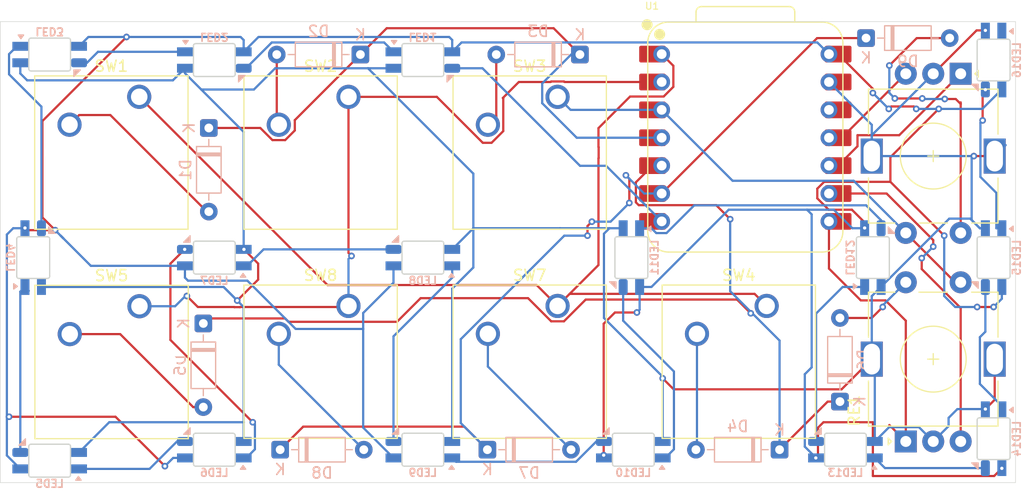
<source format=kicad_pcb>
(kicad_pcb (version 20241229) (generator "pcbnew") (generator_version "9.0")
  (layers (0 "F.Cu" signal) (2 "B.Cu" signal) (13 "F.Paste" user) (15 "B.Paste" user) (5 "F.SilkS" user "F.Silkscreen") (7 "B.SilkS" user "B.Silkscreen") (1 "F.Mask" user) (3 "B.Mask" user) (25 "Edge.Cuts" user))
  (net 0 "")
  (net 1 "ROW1")
  (net 2 "Net-(D1-A)")
  (net 3 "Net-(D2-A)")
  (net 4 "ROW2")
  (net 5 "Net-(D5-A)")
  (net 6 "Net-(D6-A)")
  (net 7 "ROW3")
  (net 8 "+5V")
  (net 9 "LEDin")
  (net 10 "GND")
  (net 11 "Net-(LED1-DOUT)")
  (net 12 "Net-(LED2-DOUT)")
  (net 13 "Net-(LED3-DOUT)")
  (net 14 "LED4-DOUT")
  (net 15 "Net-(LED5-DOUT)")
  (net 16 "Net-(LED6-DOUT)")
  (net 17 "Net-(LED7-DOUT)")
  (net 18 "LED8-DOUT")
  (net 19 "Net-(LED10-DIN)")
  (net 20 "Net-(LED10-DOUT)")
  (net 21 "Net-(LED11-DOUT)")
  (net 22 "LED12-DOUT")
  (net 23 "Net-(LED13-DOUT)")
  (net 24 "Net-(LED14-DOUT)")
  (net 25 "Net-(LED15-DOUT)")
  (net 26 "LED16-DOUT")
  (net 27 "RE1_A")
  (net 28 "RE1_B")
  (net 29 "COL3")
  (net 30 "RE2_A")
  (net 31 "RE2_B")
  (net 32 "COL1")
  (net 33 "COL2")
  (net 35 "Net-(D3-A)")
  (net 36 "Net-(D4-A)")
  (net 37 "Net-(D7-A)")
  (net 38 "Net-(D8-A)")
  (net 39 "Net-(D9-A)")
  (footprint "Button_Switch_Keyboard:SW_Cherry_MX_1.00u_PCB" (layer "F.Cu") (at 130.16 99.85)
    (property "Reference" "SW1")
    (property "Value" "SW_Push_45deg")
  )
  (footprint "Seeed Studio XIAO Series Library:XIAO-RP2040-DIP" (layer "F.Cu") (at 185.38 103.58)
    (property "Reference" "U1")
    (property "Value" "XIAO-RP2040-DIP")
  )
  (footprint "Button_Switch_Keyboard:SW_Cherry_MX_1.00u_PCB" (layer "F.Cu") (at 130.18 118.93)
    (property "Reference" "SW5")
    (property "Value" "SW_Push_45deg")
  )
  (footprint "Rotary_Encoder:RotaryEncoder_Alps_EC11E-Switch_Vertical_H20mm" (layer "F.Cu") (at 205 97.75 -90)
    (property "Reference" "RE2" (hide yes))
    (property "Value" "RotaryEncoder_Switch_MP")
  )
  (footprint "Button_Switch_Keyboard:SW_Cherry_MX_1.00u_PCB" (layer "F.Cu") (at 187.325 118.90375)
    (property "Reference" "SW4")
    (property "Value" "SW_Push_45deg")
  )
  (footprint "Button_Switch_Keyboard:SW_Cherry_MX_1.00u_PCB" (layer "F.Cu") (at 149.225 118.90375)
    (property "Reference" "SW8")
    (property "Value" "SW_Push_45deg")
  )
  (footprint "Button_Switch_Keyboard:SW_Cherry_MX_1.00u_PCB" (layer "F.Cu") (at 168.275 118.90375)
    (property "Reference" "SW7")
    (property "Value" "SW_Push_45deg")
  )
  (footprint "Button_Switch_Keyboard:SW_Cherry_MX_1.00u_PCB" (layer "F.Cu") (at 149.225 99.85375)
    (property "Reference" "SW2")
    (property "Value" "SW_Push_45deg")
  )
  (footprint "Button_Switch_Keyboard:SW_Cherry_MX_1.00u_PCB" (layer "F.Cu") (at 168.275 99.85375)
    (property "Reference" "SW3")
    (property "Value" "SW_Push_45deg")
  )
  (footprint "Rotary_Encoder:RotaryEncoder_Alps_EC11E-Switch_Vertical_H20mm" (layer "F.Cu") (at 200 131.25 90)
    (property "Reference" "RE1")
    (property "Value" "RotaryEncoder_Switch_MP" (hide yes))
  )
  (footprint "Diode_THT:D_DO-35_SOD27_P7.62mm_Horizontal" (layer "B.Cu") (at 136 120.5 -90)
    (property "Reference" "D5")
    (property "Value" "D")
  )
  (footprint "LED_SMD:SK6812-MINI-E" (layer "B.Cu") (at 137 132 180)
    (property "Reference" "LED6")
    (property "Value" "SK6812MINI" (hide yes))
    (fp_line (start 1.9 1.3) (end 1.9 -1.3) (stroke (width 0.12)) (layer "Edge.Cuts"))
    (fp_line (start 1.7 -1.5) (end -1.7 -1.5) (stroke (width 0.12)) (layer "Edge.Cuts"))
    (fp_line (start -1.7 1.5) (end 1.7 1.5) (stroke (width 0.12)) (layer "Edge.Cuts"))
    (fp_line (start -1.9 -1.3) (end -1.9 1.3) (stroke (width 0.12)) (layer "Edge.Cuts"))
    (fp_arc (start 1.9 1.3) (mid 1.841421 1.441421) (end 1.7 1.5) (stroke (width 0.12)) (layer "Edge.Cuts"))
    (fp_arc (start 1.7 -1.5) (mid 1.841421 -1.441421) (end 1.9 -1.3) (stroke (width 0.12)) (layer "Edge.Cuts"))
    (fp_arc (start -1.7 1.5) (mid -1.841421 1.441421) (end -1.9 1.3) (stroke (width 0.12)) (layer "Edge.Cuts"))
    (fp_arc (start -1.9 -1.3) (mid -1.841421 -1.441421) (end -1.7 -1.5) (stroke (width 0.12)) (layer "Edge.Cuts"))
  )
  (footprint "LED_SMD:SK6812-MINI-E" (layer "B.Cu") (at 122 133 180)
    (property "Reference" "LED5")
    (property "Value" "SK6812MINI" (hide yes))
    (fp_line (start 1.9 1.3) (end 1.9 -1.3) (stroke (width 0.12)) (layer "Edge.Cuts"))
    (fp_line (start 1.7 -1.5) (end -1.7 -1.5) (stroke (width 0.12)) (layer "Edge.Cuts"))
    (fp_line (start -1.7 1.5) (end 1.7 1.5) (stroke (width 0.12)) (layer "Edge.Cuts"))
    (fp_line (start -1.9 -1.3) (end -1.9 1.3) (stroke (width 0.12)) (layer "Edge.Cuts"))
    (fp_arc (start 1.9 1.3) (mid 1.841421 1.441421) (end 1.7 1.5) (stroke (width 0.12)) (layer "Edge.Cuts"))
    (fp_arc (start 1.7 -1.5) (mid 1.841421 -1.441421) (end 1.9 -1.3) (stroke (width 0.12)) (layer "Edge.Cuts"))
    (fp_arc (start -1.7 1.5) (mid -1.841421 1.441421) (end -1.9 1.3) (stroke (width 0.12)) (layer "Edge.Cuts"))
    (fp_arc (start -1.9 -1.3) (mid -1.841421 -1.441421) (end -1.7 -1.5) (stroke (width 0.12)) (layer "Edge.Cuts"))
  )
  (footprint "LED_SMD:SK6812-MINI-E" (layer "B.Cu") (at 197 114.5 90)
    (property "Reference" "LED12")
    (property "Value" "SK6812MINI" (hide yes))
    (fp_line (start 1.7 -1.5) (end -1.7 -1.5) (stroke (width 0.12)) (layer "Edge.Cuts"))
    (fp_line (start -1.9 -1.3) (end -1.9 1.3) (stroke (width 0.12)) (layer "Edge.Cuts"))
    (fp_line (start 1.9 1.3) (end 1.9 -1.3) (stroke (width 0.12)) (layer "Edge.Cuts"))
    (fp_line (start -1.7 1.5) (end 1.7 1.5) (stroke (width 0.12)) (layer "Edge.Cuts"))
    (fp_arc (start 1.7 -1.5) (mid 1.841421 -1.441421) (end 1.9 -1.3) (stroke (width 0.12)) (layer "Edge.Cuts"))
    (fp_arc (start -1.9 -1.3) (mid -1.841421 -1.441421) (end -1.7 -1.5) (stroke (width 0.12)) (layer "Edge.Cuts"))
    (fp_arc (start 1.9 1.3) (mid 1.841421 1.441421) (end 1.7 1.5) (stroke (width 0.12)) (layer "Edge.Cuts"))
    (fp_arc (start -1.7 1.5) (mid -1.841421 1.441421) (end -1.9 1.3) (stroke (width 0.12)) (layer "Edge.Cuts"))
  )
  (footprint "LED_SMD:SK6812-MINI-E" (layer "B.Cu") (at 156 96.5)
    (property "Reference" "LED1")
    (property "Value" "SK6812MINI" (hide yes))
    (fp_line (start -1.9 -1.3) (end -1.9 1.3) (stroke (width 0.12)) (layer "Edge.Cuts"))
    (fp_line (start -1.7 1.5) (end 1.7 1.5) (stroke (width 0.12)) (layer "Edge.Cuts"))
    (fp_line (start 1.7 -1.5) (end -1.7 -1.5) (stroke (width 0.12)) (layer "Edge.Cuts"))
    (fp_line (start 1.9 1.3) (end 1.9 -1.3) (stroke (width 0.12)) (layer "Edge.Cuts"))
    (fp_arc (start -1.9 -1.3) (mid -1.841421 -1.441421) (end -1.7 -1.5) (stroke (width 0.12)) (layer "Edge.Cuts"))
    (fp_arc (start -1.7 1.5) (mid -1.841421 1.441421) (end -1.9 1.3) (stroke (width 0.12)) (layer "Edge.Cuts"))
    (fp_arc (start 1.7 -1.5) (mid 1.841421 -1.441421) (end 1.9 -1.3) (stroke (width 0.12)) (layer "Edge.Cuts"))
    (fp_arc (start 1.9 1.3) (mid 1.841421 1.441421) (end 1.7 1.5) (stroke (width 0.12)) (layer "Edge.Cuts"))
  )
  (footprint "Diode_THT:D_DO-35_SOD27_P7.62mm_Horizontal" (layer "B.Cu") (at 170.31 96 180)
    (property "Reference" "D3")
    (property "Value" "D")
  )
  (footprint "LED_SMD:SK6812-MINI-E" (layer "B.Cu") (at 122 96)
    (property "Reference" "LED3")
    (property "Value" "SK6812MINI" (hide yes))
    (fp_line (start -1.9 -1.3) (end -1.9 1.3) (stroke (width 0.12)) (layer "Edge.Cuts"))
    (fp_line (start -1.7 1.5) (end 1.7 1.5) (stroke (width 0.12)) (layer "Edge.Cuts"))
    (fp_line (start 1.7 -1.5) (end -1.7 -1.5) (stroke (width 0.12)) (layer "Edge.Cuts"))
    (fp_line (start 1.9 1.3) (end 1.9 -1.3) (stroke (width 0.12)) (layer "Edge.Cuts"))
    (fp_arc (start -1.9 -1.3) (mid -1.841421 -1.441421) (end -1.7 -1.5) (stroke (width 0.12)) (layer "Edge.Cuts"))
    (fp_arc (start -1.7 1.5) (mid -1.841421 1.441421) (end -1.9 1.3) (stroke (width 0.12)) (layer "Edge.Cuts"))
    (fp_arc (start 1.7 -1.5) (mid 1.841421 -1.441421) (end 1.9 -1.3) (stroke (width 0.12)) (layer "Edge.Cuts"))
    (fp_arc (start 1.9 1.3) (mid 1.841421 1.441421) (end 1.7 1.5) (stroke (width 0.12)) (layer "Edge.Cuts"))
  )
  (footprint "Diode_THT:D_DO-35_SOD27_P7.62mm_Horizontal" (layer "B.Cu") (at 150.31 96 180)
    (property "Reference" "D2")
    (property "Value" "D")
  )
  (footprint "Diode_THT:D_DO-35_SOD27_P7.62mm_Horizontal" (layer "B.Cu") (at 194 127.62 90)
    (property "Reference" "D6")
    (property "Value" "D")
  )
  (footprint "LED_SMD:SK6812-MINI-E" (layer "B.Cu") (at 194.5 132 180)
    (property "Reference" "LED13")
    (property "Value" "SK6812MINI" (hide yes))
    (fp_line (start 1.9 1.3) (end 1.9 -1.3) (stroke (width 0.12)) (layer "Edge.Cuts"))
    (fp_line (start 1.7 -1.5) (end -1.7 -1.5) (stroke (width 0.12)) (layer "Edge.Cuts"))
    (fp_line (start -1.7 1.5) (end 1.7 1.5) (stroke (width 0.12)) (layer "Edge.Cuts"))
    (fp_line (start -1.9 -1.3) (end -1.9 1.3) (stroke (width 0.12)) (layer "Edge.Cuts"))
    (fp_arc (start 1.9 1.3) (mid 1.841421 1.441421) (end 1.7 1.5) (stroke (width 0.12)) (layer "Edge.Cuts"))
    (fp_arc (start 1.7 -1.5) (mid 1.841421 -1.441421) (end 1.9 -1.3) (stroke (width 0.12)) (layer "Edge.Cuts"))
    (fp_arc (start -1.7 1.5) (mid -1.841421 1.441421) (end -1.9 1.3) (stroke (width 0.12)) (layer "Edge.Cuts"))
    (fp_arc (start -1.9 -1.3) (mid -1.841421 -1.441421) (end -1.7 -1.5) (stroke (width 0.12)) (layer "Edge.Cuts"))
  )
  (footprint "Diode_THT:D_DO-35_SOD27_P7.62mm_Horizontal" (layer "B.Cu") (at 136.5 102.69 -90)
    (property "Reference" "D1")
    (property "Value" "D")
  )
  (footprint "Diode_THT:D_DO-35_SOD27_P7.62mm_Horizontal" (layer "B.Cu") (at 196.38 94.5)
    (property "Reference" "D9")
    (property "Value" "D")
  )
  (footprint "Diode_THT:D_DO-35_SOD27_P7.62mm_Horizontal" (layer "B.Cu") (at 188.5 132 180)
    (property "Reference" "D4")
    (property "Value" "D")
  )
  (footprint "LED_SMD:SK6812-MINI-E" (layer "B.Cu") (at 120.5 114.5 90)
    (property "Reference" "LED4")
    (property "Value" "SK6812MINI" (hide yes))
    (fp_line (start 1.7 -1.5) (end -1.7 -1.5) (stroke (width 0.12)) (layer "Edge.Cuts"))
    (fp_line (start -1.9 -1.3) (end -1.9 1.3) (stroke (width 0.12)) (layer "Edge.Cuts"))
    (fp_line (start 1.9 1.3) (end 1.9 -1.3) (stroke (width 0.12)) (layer "Edge.Cuts"))
    (fp_line (start -1.7 1.5) (end 1.7 1.5) (stroke (width 0.12)) (layer "Edge.Cuts"))
    (fp_arc (start 1.7 -1.5) (mid 1.841421 -1.441421) (end 1.9 -1.3) (stroke (width 0.12)) (layer "Edge.Cuts"))
    (fp_arc (start -1.9 -1.3) (mid -1.841421 -1.441421) (end -1.7 -1.5) (stroke (width 0.12)) (layer "Edge.Cuts"))
    (fp_arc (start 1.9 1.3) (mid 1.841421 1.441421) (end 1.7 1.5) (stroke (width 0.12)) (layer "Edge.Cuts"))
    (fp_arc (start -1.7 1.5) (mid -1.841421 1.441421) (end -1.9 1.3) (stroke (width 0.12)) (layer "Edge.Cuts"))
  )
  (footprint "LED_SMD:SK6812-MINI-E" (layer "B.Cu") (at 137 114.5 180)
    (property "Reference" "LED7")
    (property "Value" "SK6812MINI" (hide yes))
    (fp_line (start 1.9 1.3) (end 1.9 -1.3) (stroke (width 0.12)) (layer "Edge.Cuts"))
    (fp_line (start 1.7 -1.5) (end -1.7 -1.5) (stroke (width 0.12)) (layer "Edge.Cuts"))
    (fp_line (start -1.7 1.5) (end 1.7 1.5) (stroke (width 0.12)) (layer "Edge.Cuts"))
    (fp_line (start -1.9 -1.3) (end -1.9 1.3) (stroke (width 0.12)) (layer "Edge.Cuts"))
    (fp_arc (start 1.9 1.3) (mid 1.841421 1.441421) (end 1.7 1.5) (stroke (width 0.12)) (layer "Edge.Cuts"))
    (fp_arc (start 1.7 -1.5) (mid 1.841421 -1.441421) (end 1.9 -1.3) (stroke (width 0.12)) (layer "Edge.Cuts"))
    (fp_arc (start -1.7 1.5) (mid -1.841421 1.441421) (end -1.9 1.3) (stroke (width 0.12)) (layer "Edge.Cuts"))
    (fp_arc (start -1.9 -1.3) (mid -1.841421 -1.441421) (end -1.7 -1.5) (stroke (width 0.12)) (layer "Edge.Cuts"))
  )
  (footprint "LED_SMD:SK6812-MINI-E" (layer "B.Cu") (at 156 132 180)
    (property "Reference" "LED9")
    (property "Value" "SK6812MINI" (hide yes))
    (fp_line (start 1.9 1.3) (end 1.9 -1.3) (stroke (width 0.12)) (layer "Edge.Cuts"))
    (fp_line (start 1.7 -1.5) (end -1.7 -1.5) (stroke (width 0.12)) (layer "Edge.Cuts"))
    (fp_line (start -1.7 1.5) (end 1.7 1.5) (stroke (width 0.12)) (layer "Edge.Cuts"))
    (fp_line (start -1.9 -1.3) (end -1.9 1.3) (stroke (width 0.12)) (layer "Edge.Cuts"))
    (fp_arc (start 1.9 1.3) (mid 1.841421 1.441421) (end 1.7 1.5) (stroke (width 0.12)) (layer "Edge.Cuts"))
    (fp_arc (start 1.7 -1.5) (mid 1.841421 -1.441421) (end 1.9 -1.3) (stroke (width 0.12)) (layer "Edge.Cuts"))
    (fp_arc (start -1.7 1.5) (mid -1.841421 1.441421) (end -1.9 1.3) (stroke (width 0.12)) (layer "Edge.Cuts"))
    (fp_arc (start -1.9 -1.3) (mid -1.841421 -1.441421) (end -1.7 -1.5) (stroke (width 0.12)) (layer "Edge.Cuts"))
  )
  (footprint "LED_SMD:SK6812-MINI-E" (layer "B.Cu") (at 208 96.5 -90)
    (property "Reference" "LED16")
    (property "Value" "SK6812MINI" (hide yes))
    (fp_line (start -1.7 1.5) (end 1.7 1.5) (stroke (width 0.12)) (layer "Edge.Cuts"))
    (fp_line (start 1.9 1.3) (end 1.9 -1.3) (stroke (width 0.12)) (layer "Edge.Cuts"))
    (fp_line (start -1.9 -1.3) (end -1.9 1.3) (stroke (width 0.12)) (layer "Edge.Cuts"))
    (fp_line (start 1.7 -1.5) (end -1.7 -1.5) (stroke (width 0.12)) (layer "Edge.Cuts"))
    (fp_arc (start -1.7 1.5) (mid -1.841421 1.441421) (end -1.9 1.3) (stroke (width 0.12)) (layer "Edge.Cuts"))
    (fp_arc (start 1.9 1.3) (mid 1.841421 1.441421) (end 1.7 1.5) (stroke (width 0.12)) (layer "Edge.Cuts"))
    (fp_arc (start -1.9 -1.3) (mid -1.841421 -1.441421) (end -1.7 -1.5) (stroke (width 0.12)) (layer "Edge.Cuts"))
    (fp_arc (start 1.7 -1.5) (mid 1.841421 -1.441421) (end 1.9 -1.3) (stroke (width 0.12)) (layer "Edge.Cuts"))
  )
  (footprint "LED_SMD:SK6812-MINI-E" (layer "B.Cu") (at 175 114.5 -90)
    (property "Reference" "LED11")
    (property "Value" "SK6812MINI" (hide yes))
    (fp_line (start -1.7 1.5) (end 1.7 1.5) (stroke (width 0.12)) (layer "Edge.Cuts"))
    (fp_line (start 1.9 1.3) (end 1.9 -1.3) (stroke (width 0.12)) (layer "Edge.Cuts"))
    (fp_line (start -1.9 -1.3) (end -1.9 1.3) (stroke (width 0.12)) (layer "Edge.Cuts"))
    (fp_line (start 1.7 -1.5) (end -1.7 -1.5) (stroke (width 0.12)) (layer "Edge.Cuts"))
    (fp_arc (start -1.7 1.5) (mid -1.841421 1.441421) (end -1.9 1.3) (stroke (width 0.12)) (layer "Edge.Cuts"))
    (fp_arc (start 1.9 1.3) (mid 1.841421 1.441421) (end 1.7 1.5) (stroke (width 0.12)) (layer "Edge.Cuts"))
    (fp_arc (start -1.9 -1.3) (mid -1.841421 -1.441421) (end -1.7 -1.5) (stroke (width 0.12)) (layer "Edge.Cuts"))
    (fp_arc (start 1.7 -1.5) (mid 1.841421 -1.441421) (end 1.9 -1.3) (stroke (width 0.12)) (layer "Edge.Cuts"))
  )
  (footprint "LED_SMD:SK6812-MINI-E" (layer "B.Cu") (at 208 114.5 -90)
    (property "Reference" "LED15")
    (property "Value" "SK6812MINI" (hide yes))
    (fp_line (start -1.7 1.5) (end 1.7 1.5) (stroke (width 0.12)) (layer "Edge.Cuts"))
    (fp_line (start 1.9 1.3) (end 1.9 -1.3) (stroke (width 0.12)) (layer "Edge.Cuts"))
    (fp_line (start -1.9 -1.3) (end -1.9 1.3) (stroke (width 0.12)) (layer "Edge.Cuts"))
    (fp_line (start 1.7 -1.5) (end -1.7 -1.5) (stroke (width 0.12)) (layer "Edge.Cuts"))
    (fp_arc (start -1.7 1.5) (mid -1.841421 1.441421) (end -1.9 1.3) (stroke (width 0.12)) (layer "Edge.Cuts"))
    (fp_arc (start 1.9 1.3) (mid 1.841421 1.441421) (end 1.7 1.5) (stroke (width 0.12)) (layer "Edge.Cuts"))
    (fp_arc (start -1.9 -1.3) (mid -1.841421 -1.441421) (end -1.7 -1.5) (stroke (width 0.12)) (layer "Edge.Cuts"))
    (fp_arc (start 1.7 -1.5) (mid 1.841421 -1.441421) (end 1.9 -1.3) (stroke (width 0.12)) (layer "Edge.Cuts"))
  )
  (footprint "Diode_THT:D_DO-35_SOD27_P7.62mm_Horizontal" (layer "B.Cu") (at 143 132)
    (property "Reference" "D8")
    (property "Value" "D")
  )
  (footprint "LED_SMD:SK6812-MINI-E" (layer "B.Cu") (at 156 114.5 180)
    (property "Reference" "LED8")
    (property "Value" "SK6812MINI" (hide yes))
    (fp_line (start 1.9 1.3) (end 1.9 -1.3) (stroke (width 0.12)) (layer "Edge.Cuts"))
    (fp_line (start 1.7 -1.5) (end -1.7 -1.5) (stroke (width 0.12)) (layer "Edge.Cuts"))
    (fp_line (start -1.7 1.5) (end 1.7 1.5) (stroke (width 0.12)) (layer "Edge.Cuts"))
    (fp_line (start -1.9 -1.3) (end -1.9 1.3) (stroke (width 0.12)) (layer "Edge.Cuts"))
    (fp_arc (start 1.9 1.3) (mid 1.841421 1.441421) (end 1.7 1.5) (stroke (width 0.12)) (layer "Edge.Cuts"))
    (fp_arc (start 1.7 -1.5) (mid 1.841421 -1.441421) (end 1.9 -1.3) (stroke (width 0.12)) (layer "Edge.Cuts"))
    (fp_arc (start -1.7 1.5) (mid -1.841421 1.441421) (end -1.9 1.3) (stroke (width 0.12)) (layer "Edge.Cuts"))
    (fp_arc (start -1.9 -1.3) (mid -1.841421 -1.441421) (end -1.7 -1.5) (stroke (width 0.12)) (layer "Edge.Cuts"))
  )
  (footprint "Diode_THT:D_DO-35_SOD27_P7.62mm_Horizontal" (layer "B.Cu") (at 161.88 132)
    (property "Reference" "D7")
    (property "Value" "D")
  )
  (footprint "LED_SMD:SK6812-MINI-E" (layer "B.Cu") (at 175.175 132 180)
    (property "Reference" "LED10")
    (property "Value" "SK6812MINI" (hide yes))
    (fp_line (start 1.9 1.3) (end 1.9 -1.3) (stroke (width 0.12)) (layer "Edge.Cuts"))
    (fp_line (start 1.7 -1.5) (end -1.7 -1.5) (stroke (width 0.12)) (layer "Edge.Cuts"))
    (fp_line (start -1.7 1.5) (end 1.7 1.5) (stroke (width 0.12)) (layer "Edge.Cuts"))
    (fp_line (start -1.9 -1.3) (end -1.9 1.3) (stroke (width 0.12)) (layer "Edge.Cuts"))
    (fp_arc (start 1.9 1.3) (mid 1.841421 1.441421) (end 1.7 1.5) (stroke (width 0.12)) (layer "Edge.Cuts"))
    (fp_arc (start 1.7 -1.5) (mid 1.841421 -1.441421) (end 1.9 -1.3) (stroke (width 0.12)) (layer "Edge.Cuts"))
    (fp_arc (start -1.7 1.5) (mid -1.841421 1.441421) (end -1.9 1.3) (stroke (width 0.12)) (layer "Edge.Cuts"))
    (fp_arc (start -1.9 -1.3) (mid -1.841421 -1.441421) (end -1.7 -1.5) (stroke (width 0.12)) (layer "Edge.Cuts"))
  )
  (footprint "LED_SMD:SK6812-MINI-E" (layer "B.Cu") (at 208 131 -90)
    (property "Reference" "LED14")
    (property "Value" "SK6812MINI" (hide yes))
    (fp_line (start -1.7 1.5) (end 1.7 1.5) (stroke (width 0.12)) (layer "Edge.Cuts"))
    (fp_line (start 1.9 1.3) (end 1.9 -1.3) (stroke (width 0.12)) (layer "Edge.Cuts"))
    (fp_line (start -1.9 -1.3) (end -1.9 1.3) (stroke (width 0.12)) (layer "Edge.Cuts"))
    (fp_line (start 1.7 -1.5) (end -1.7 -1.5) (stroke (width 0.12)) (layer "Edge.Cuts"))
    (fp_arc (start -1.7 1.5) (mid -1.841421 1.441421) (end -1.9 1.3) (stroke (width 0.12)) (layer "Edge.Cuts"))
    (fp_arc (start 1.9 1.3) (mid 1.841421 1.441421) (end 1.7 1.5) (stroke (width 0.12)) (layer "Edge.Cuts"))
    (fp_arc (start -1.9 -1.3) (mid -1.841421 -1.441421) (end -1.7 -1.5) (stroke (width 0.12)) (layer "Edge.Cuts"))
    (fp_arc (start 1.7 -1.5) (mid 1.841421 -1.441421) (end 1.9 -1.3) (stroke (width 0.12)) (layer "Edge.Cuts"))
  )
  (footprint "LED_SMD:SK6812-MINI-E" (layer "B.Cu") (at 137 96.5)
    (property "Reference" "LED2")
    (property "Value" "SK6812MINI" (hide yes))
    (fp_line (start -1.9 -1.3) (end -1.9 1.3) (stroke (width 0.12)) (layer "Edge.Cuts"))
    (fp_line (start -1.7 1.5) (end 1.7 1.5) (stroke (width 0.12)) (layer "Edge.Cuts"))
    (fp_line (start 1.7 -1.5) (end -1.7 -1.5) (stroke (width 0.12)) (layer "Edge.Cuts"))
    (fp_line (start 1.9 1.3) (end 1.9 -1.3) (stroke (width 0.12)) (layer "Edge.Cuts"))
    (fp_arc (start -1.9 -1.3) (mid -1.841421 -1.441421) (end -1.7 -1.5) (stroke (width 0.12)) (layer "Edge.Cuts"))
    (fp_arc (start -1.7 1.5) (mid -1.841421 1.441421) (end -1.9 1.3) (stroke (width 0.12)) (layer "Edge.Cuts"))
    (fp_arc (start 1.7 -1.5) (mid 1.841421 -1.441421) (end 1.9 -1.3) (stroke (width 0.12)) (layer "Edge.Cuts"))
    (fp_arc (start 1.9 1.3) (mid 1.841421 1.441421) (end 1.7 1.5) (stroke (width 0.12)) (layer "Edge.Cuts"))
  )
  (gr_rect (start 117.5 93) (end 210 135) (stroke (width 0.05)) (fill no) (layer "Edge.Cuts"))
  (segment (start 141.189936 102.69) (end 136.5 102.69) (width 0.2) (layer "F.Cu") (net 1))
  (segment (start 150.31 96) (end 152.709 93.601) (width 0.2) (layer "F.Cu") (net 1))
  (segment (start 150.31 96) (end 144.334 101.976) (width 0.2) (layer "F.Cu") (net 1))
  (segment (start 167.911 93.601) (end 170.31 96) (width 0.2) (layer "F.Cu") (net 1))
  (segment (start 142.294686 103.79475) (end 141.189936 102.69) (width 0.2) (layer "F.Cu") (net 1))
  (segment (start 144.334 101.976) (end 144.334 102.916064) (width 0.2) (layer "F.Cu") (net 1))
  (segment (start 143.455314 103.79475) (end 142.294686 103.79475) (width 0.2) (layer "F.Cu") (net 1))
  (segment (start 144.334 102.916064) (end 143.455314 103.79475) (width 0.2) (layer "F.Cu") (net 1))
  (segment (start 152.709 93.601) (end 167.911 93.601) (width 0.2) (layer "F.Cu") (net 1))
  (segment (start 166.874 100.434064) (end 170.019936 103.58) (width 0.2) (layer "B.Cu") (net 1))
  (segment (start 166.874 98.636) (end 166.874 100.434064) (width 0.2) (layer "B.Cu") (net 1))
  (segment (start 170.31 96) (end 169.51 96) (width 0.2) (layer "B.Cu") (net 1))
  (segment (start 169.51 96) (end 166.874 98.636) (width 0.2) (layer "B.Cu") (net 1))
  (segment (start 170.019936 103.58) (end 177.76 103.58) (width 0.2) (layer "B.Cu") (net 1))
  (segment (start 136.324816 110.31) (end 127.524816 101.51) (width 0.2) (layer "F.Cu") (net 2))
  (segment (start 127.524816 101.51) (end 124.69 101.51) (width 0.2) (layer "F.Cu") (net 2))
  (segment (start 124.69 101.51) (end 123.81 102.39) (width 0.2) (layer "F.Cu") (net 2))
  (segment (start 136.5 110.31) (end 136.324816 110.31) (width 0.2) (layer "F.Cu") (net 2))
  (segment (start 142.69 96) (end 142.69 102.20875) (width 0.2) (layer "F.Cu") (net 3))
  (segment (start 142.69 102.20875) (end 142.875 102.39375) (width 0.2) (layer "F.Cu") (net 3))
  (segment (start 170.836628 118.323436) (end 184.621035 118.323436) (width 0.2) (layer "F.Cu") (net 4))
  (segment (start 175.408 107.637) (end 176.925 106.12) (width 0.2) (layer "F.Cu") (net 4))
  (segment (start 167.694686 120.30475) (end 168.855314 120.30475) (width 0.2) (layer "F.Cu") (net 4))
  (segment (start 153.645098 120.348468) (end 143.761032 120.348468) (width 0.2) (layer "F.Cu") (net 4))
  (segment (start 143.455314 120.04275) (end 136.45725 120.04275) (width 0.2) (layer "F.Cu") (net 4))
  (segment (start 175.408 109.461626) (end 175.408 107.637) (width 0.2) (layer "F.Cu") (net 4))
  (segment (start 165.586579 118.196643) (end 167.694686 120.30475) (width 0.2) (layer "F.Cu") (net 4))
  (segment (start 184 111) (end 182.723 109.723) (width 0.2) (layer "F.Cu") (net 4))
  (segment (start 155.796923 118.196643) (end 165.586579 118.196643) (width 0.2) (layer "F.Cu") (net 4))
  (segment (start 192.88 127.62) (end 194 127.62) (width 0.2) (layer "F.Cu") (net 4))
  (segment (start 182.723 109.723) (end 175.669374 109.723) (width 0.2) (layer "F.Cu") (net 4))
  (segment (start 168.855314 120.30475) (end 170.836628 118.323436) (width 0.2) (layer "F.Cu") (net 4))
  (segment (start 175.669374 109.723) (end 175.408 109.461626) (width 0.2) (layer "F.Cu") (net 4))
  (segment (start 136.45725 120.04275) (end 136 120.5) (width 0.2) (layer "F.Cu") (net 4))
  (segment (start 155.796923 118.196643) (end 153.645098 120.348468) (width 0.2) (layer "F.Cu") (net 4))
  (segment (start 188.5 132) (end 192.88 127.62) (width 0.2) (layer "F.Cu") (net 4))
  (segment (start 143.761032 120.348468) (end 143.455314 120.04275) (width 0.2) (layer "F.Cu") (net 4))
  (segment (start 184.621035 118.323436) (end 185.872623 119.575024) (width 0.2) (layer "F.Cu") (net 4))
  (via (at 185.872623 119.575024) (size 0.6) (drill 0.3) (layers "F.Cu" "B.Cu") (net 4))
  (via (at 184 111) (size 0.6) (drill 0.3) (layers "F.Cu" "B.Cu") (net 4))
  (segment (start 188.5 132) (end 188.5 122.060064) (width 0.2) (layer "B.Cu") (net 4))
  (segment (start 188.5 122.060064) (end 184 117.560064) (width 0.2) (layer "B.Cu") (net 4))
  (segment (start 184 117.560064) (end 184 111) (width 0.2) (layer "B.Cu") (net 4))
  (segment (start 136 128.12) (end 135.074816 128.12) (width 0.2) (layer "F.Cu") (net 5))
  (segment (start 135.074816 128.12) (end 128.424816 121.47) (width 0.2) (layer "F.Cu") (net 5))
  (segment (start 128.424816 121.47) (end 123.83 121.47) (width 0.2) (layer "F.Cu") (net 5))
  (segment (start 196.9 120) (end 197.9 119) (width 0.2) (layer "F.Cu") (net 6))
  (segment (start 194 120) (end 196.9 120) (width 0.2) (layer "F.Cu") (net 6))
  (via (at 197.9 119) (size 0.6) (drill 0.3) (layers "F.Cu" "B.Cu") (net 6))
  (segment (start 197.9 119) (end 197.9 118.85) (width 0.2) (layer "B.Cu") (net 6))
  (segment (start 197.9 118.85) (end 200 116.75) (width 0.2) (layer "B.Cu") (net 6))
  (segment (start 143 132) (end 145.101 129.899) (width 0.2) (layer "F.Cu") (net 7))
  (segment (start 174.810636 107.310636) (end 174.5 107) (width 0.2) (layer "F.Cu") (net 7))
  (segment (start 171 111.625) (end 171.4 111.225) (width 0.2) (layer "F.Cu") (net 7))
  (segment (start 196.38 94.5) (end 191.92 94.5) (width 0.2) (layer "F.Cu") (net 7))
  (segment (start 145.101 129.899) (end 159.779 129.899) (width 0.2) (layer "F.Cu") (net 7))
  (segment (start 191.92 94.5) (end 177.76 108.66) (width 0.2) (layer "F.Cu") (net 7))
  (segment (start 171 112.5) (end 171 111.625) (width 0.2) (layer "F.Cu") (net 7))
  (segment (start 159.779 129.899) (end 161.88 132) (width 0.2) (layer "F.Cu") (net 7))
  (segment (start 174.810636 109.51781) (end 174.810636 107.310636) (width 0.2) (layer "F.Cu") (net 7))
  (via (at 171.4 111.225) (size 0.6) (drill 0.3) (layers "F.Cu" "B.Cu") (net 7))
  (via (at 174.5 107) (size 0.6) (drill 0.3) (layers "F.Cu" "B.Cu") (net 7))
  (via (at 174.810636 109.51781) (size 0.6) (drill 0.3) (layers "F.Cu" "B.Cu") (net 7))
  (via (at 171 112.5) (size 0.6) (drill 0.3) (layers "F.Cu" "B.Cu") (net 7))
  (segment (start 161.88 132) (end 159.454 129.574) (width 0.2) (layer "B.Cu") (net 7))
  (segment (start 171.4 111.225) (end 173.103446 111.225) (width 0.2) (layer "B.Cu") (net 7))
  (segment (start 159.454 121.933436) (end 168.887436 112.5) (width 0.2) (layer "B.Cu") (net 7))
  (segment (start 159.454 129.574) (end 159.454 121.933436) (width 0.2) (layer "B.Cu") (net 7))
  (segment (start 168.887436 112.5) (end 171 112.5) (width 0.2) (layer "B.Cu") (net 7))
  (segment (start 176.16 108.66) (end 177.76 108.66) (width 0.2) (layer "B.Cu") (net 7))
  (segment (start 173.103446 111.225) (end 174.810636 109.51781) (width 0.2) (layer "B.Cu") (net 7))
  (segment (start 174.5 107) (end 176.16 108.66) (width 0.2) (layer "B.Cu") (net 7))
  (segment (start 192.498 129.5) (end 197 129.5) (width 0.2) (layer "F.Cu") (net 8))
  (segment (start 198.597 107.597) (end 192.55969 107.597) (width 0.2) (layer "F.Cu") (net 8))
  (segment (start 119.95 112) (end 119.75 111.8) (width 0.2) (layer "F.Cu") (net 8))
  (segment (start 193.835 95.96) (end 197 99.125) (width 0.2) (layer "F.Cu") (net 8))
  (segment (start 198.597 105.353735) (end 203 100.950735) (width 0.2) (layer "F.Cu") (net 8))
  (segment (start 173.5 119.5) (end 172.475 120.525) (width 0.2) (layer "F.Cu") (net 8))
  (segment (start 195.090626 110.137) (end 196.25 111.296374) (width 0.2) (layer "F.Cu") (net 8))
  (segment (start 197 134.399) (end 208.051 134.399) (width 0.2) (layer "F.Cu") (net 8))
  (segment (start 128 129) (end 118.3 129) (width 0.2) (layer "F.Cu") (net 8))
  (segment (start 191.937 108.21969) (end 191.937 109.10031) (width 0.2) (layer "F.Cu") (net 8))
  (segment (start 191.8 132.75) (end 191.999 132.551) (width 0.2) (layer "F.Cu") (net 8))
  (segment (start 198.450735 100.950735) (end 198.671862 100.729608) (width 0.2) (layer "F.Cu") (net 8))
  (segment (start 172.475 120.525) (end 172.475 132.5) (width 0.2) (layer "F.Cu") (net 8))
  (segment (start 121.339 110.839) (end 121.339 102.06) (width 0.2) (layer "F.Cu") (net 8))
  (segment (start 132.5 133.5) (end 128 129) (width 0.2) (layer "F.Cu") (net 8))
  (segment (start 121.339 102.06) (end 129 94.399) (width 0.2) (layer "F.Cu") (net 8))
  (segment (start 191.999 132.551) (end 191.999 129.999) (width 0.2) (layer "F.Cu") (net 8))
  (segment (start 197 99.125) (end 197 99.5) (width 0.2) (layer "F.Cu") (net 8))
  (segment (start 175.5 119.5) (end 173.5 119.5) (width 0.2) (layer "F.Cu") (net 8))
  (segment (start 197 129.5) (end 197 134.399) (width 0.2) (layer "F.Cu") (net 8))
  (segment (start 200.729608 100.729608) (end 200.950735 100.950735) (width 0.2) (layer "F.Cu") (net 8))
  (segment (start 122.5 112) (end 119.95 112) (width 0.2) (layer "F.Cu") (net 8))
  (segment (start 198.597 107.597) (end 198.597 105.353735) (width 0.2) (layer "F.Cu") (net 8))
  (segment (start 192.55969 107.597) (end 191.937 108.21969) (width 0.2) (layer "F.Cu") (net 8))
  (segment (start 122.5 112) (end 121.339 110.839) (width 0.2) (layer "F.Cu") (net 8))
  (segment (start 192.97369 110.137) (end 195.090626 110.137) (width 0.2) (layer "F.Cu") (net 8))
  (segment (start 196.25 111.296374) (end 196.25 111.8) (width 0.2) (layer "F.Cu") (net 8))
  (segment (start 198.671862 100.729608) (end 200.729608 100.729608) (width 0.2) (layer "F.Cu") (net 8))
  (segment (start 208.051 134.399) (end 208.75 133.7) (width 0.2) (layer "F.Cu") (net 8))
  (segment (start 191.937 109.10031) (end 192.97369 110.137) (width 0.2) (layer "F.Cu") (net 8))
  (segment (start 208 119) (end 206.5 119) (width 0.2) (layer "F.Cu") (net 8))
  (segment (start 203.5 112.5) (end 198.597 107.597) (width 0.2) (layer "F.Cu") (net 8))
  (segment (start 191.999 129.999) (end 192.498 129.5) (width 0.2) (layer "F.Cu") (net 8))
  (via (at 132.5 133.5) (size 0.6) (drill 0.3) (layers "F.Cu" "B.Cu") (net 8))
  (via (at 129 94.399) (size 0.6) (drill 0.3) (layers "F.Cu" "B.Cu") (net 8))
  (via (at 119.75 111.8) (size 0.6) (drill 0.3) (layers "F.Cu" "B.Cu") (net 8))
  (via (at 198.450735 100.950735) (size 0.6) (drill 0.3) (layers "F.Cu" "B.Cu") (net 8))
  (via (at 118.3 129) (size 0.6) (drill 0.3) (layers "F.Cu" "B.Cu") (net 8))
  (via (at 208.75 133.7) (size 0.6) (drill 0.3) (layers "F.Cu" "B.Cu") (net 8))
  (via (at 172.475 132.5) (size 0.6) (drill 0.3) (layers "F.Cu" "B.Cu") (net 8))
  (via (at 203 100.950735) (size 0.6) (drill 0.3) (layers "F.Cu" "B.Cu") (net 8))
  (via (at 175.5 119.5) (size 0.6) (drill 0.3) (layers "F.Cu" "B.Cu") (net 8))
  (via (at 208 119) (size 0.6) (drill 0.3) (layers "F.Cu" "B.Cu") (net 8))
  (via (at 206.5 119) (size 0.6) (drill 0.3) (layers "F.Cu" "B.Cu") (net 8))
  (via (at 200.950735 100.950735) (size 0.6) (drill 0.3) (layers "F.Cu" "B.Cu") (net 8))
  (via (at 197 99.5) (size 0.6) (drill 0.3) (layers "F.Cu" "B.Cu") (net 8))
  (via (at 196.25 111.8) (size 0.6) (drill 0.3) (layers "F.Cu" "B.Cu") (net 8))
  (via (at 203.5 112.5) (size 0.6) (drill 0.3) (layers "F.Cu" "B.Cu") (net 8))
  (via (at 122.5 112) (size 0.6) (drill 0.3) (layers "F.Cu" "B.Cu") (net 8))
  (via (at 191.8 132.75) (size 0.6) (drill 0.3) (layers "F.Cu" "B.Cu") (net 8))
  (segment (start 118.675 111.825) (end 119.75 111.825) (width 0.2) (layer "B.Cu") (net 8))
  (segment (start 133.25 132.75) (end 132.5 133.5) (width 0.2) (layer "B.Cu") (net 8))
  (segment (start 172.5 132.525) (end 172.475 132.5) (width 0.2) (layer "B.Cu") (net 8))
  (segment (start 191.424 110.561) (end 191 110.137) (width 0.2) (layer "B.Cu") (net 8))
  (segment (start 123 112.5) (end 123.25 112.75) (width 0.2) (layer "B.Cu") (net 8))
  (segment (start 150.564 129.989) (end 150.564 121) (width 0.2) (layer "B.Cu") (net 8))
  (segment (start 193 95.96) (end 191.937 94.897) (width 0.2) (layer "B.Cu") (net 8))
  (segment (start 203.5 118) (end 204.5 119) (width 0.2) (layer "B.Cu") (net 8))
  (segment (start 158.675 95.75) (end 158.675 94.675) (width 0.2) (layer "B.Cu") (net 8))
  (segment (start 125.526 94.399) (end 124.675 95.25) (width 0.2) (layer "B.Cu") (net 8))
  (segment (start 129 94.399) (end 125.526 94.399) (width 0.2) (layer "B.Cu") (net 8))
  (segment (start 134.325 132.75) (end 133.25 132.75) (width 0.2) (layer "B.Cu") (net 8))
  (segment (start 134.325 116.325) (end 134.325 115.25) (width 0.2) (layer "B.Cu") (net 8))
  (segment (start 153.325 132.75) (end 150.564 129.989) (width 0.2) (layer "B.Cu") (net 8))
  (segment (start 134.601 116.601) (end 134.325 116.325) (width 0.2) (layer "B.Cu") (net 8))
  (segment (start 204.5 119) (end 206.5 119) (width 0.2) (layer "B.Cu") (net 8))
  (segment (start 118.101 112.399) (end 118.675 111.825) (width 0.2) (layer "B.Cu") (net 8))
  (segment (start 150.564 119.546064) (end 153.325 116.785064) (width 0.2) (layer "B.Cu") (net 8))
  (segment (start 206.974265 100.950735) (end 208.75 99.175) (width 0.2) (layer "B.Cu") (net 8))
  (segment (start 190.799 131.724) (end 190.799 125.125) (width 0.2) (layer "B.Cu") (net 8))
  (segment (start 176.825 117.175) (end 183.863 110.137) (width 0.2) (layer "B.Cu") (net 8))
  (segment (start 158.399 94.399) (end 141.026 94.399) (width 0.2) (layer "B.Cu") (net 8))
  (segment (start 203.5 112.5) (end 203.5 118) (width 0.2) (layer "B.Cu") (net 8))
  (segment (start 141.026 94.399) (end 139.675 95.75) (width 0.2) (layer "B.Cu") (net 8))
  (segment (start 200.950735 100.950735) (end 203 100.950735) (width 0.2) (layer "B.Cu") (net 8))
  (segment (start 191.825 132.75) (end 190.799 131.724) (width 0.2) (layer "B.Cu") (net 8))
  (segment (start 191.937 94.897) (end 159.528 94.897) (width 0.2) (layer "B.Cu") (net 8))
  (segment (start 195.12831 111.825) (end 193.44031 110.137) (width 0.2) (layer "B.Cu") (net 8))
  (segment (start 140.013564 116.601) (end 134.601 116.601) (width 0.2) (layer "B.Cu") (net 8))
  (segment (start 134.325 115.25) (end 125.75 115.25) (width 0.2) (layer "B.Cu") (net 8))
  (segment (start 175.5 119.5) (end 175.75 119.25) (width 0.2) (layer "B.Cu") (net 8))
  (segment (start 118.101 132.526) (end 118.101 112.399) (width 0.2) (layer "B.Cu") (net 8))
  (segment (start 191.424 124.5) (end 191.424 110.561) (width 0.2) (layer "B.Cu") (net 8))
  (segment (start 175.75 119.25) (end 175.75 117.175) (width 0.2) (layer "B.Cu") (net 8))
  (segment (start 123.25 112.75) (end 122.5 112) (width 0.2) (layer "B.Cu") (net 8))
  (segment (start 150.564 121) (end 144.412564 121) (width 0.2) (layer "B.Cu") (net 8))
  (segment (start 197 99.5) (end 198.450735 100.950735) (width 0.2) (layer "B.Cu") (net 8))
  (segment (start 139.675 95.75) (end 139.675 94.675) (width 0.2) (layer "B.Cu") (net 8))
  (segment (start 144.412564 121) (end 140.013564 116.601) (width 0.2) (layer "B.Cu") (net 8))
  (segment (start 119.325 133.75) (end 118.101 132.526) (width 0.2) (layer "B.Cu") (net 8))
  (segment (start 191 110.137) (end 193.44031 110.137) (width 0.2) (layer "B.Cu") (net 8))
  (segment (start 159.528 94.897) (end 158.675 95.75) (width 0.2) (layer "B.Cu") (net 8))
  (segment (start 208.75 118.25) (end 208 119) (width 0.2) (layer "B.Cu") (net 8))
  (segment (start 203 100.950735) (end 206.974265 100.950735) (width 0.2) (layer "B.Cu") (net 8))
  (segment (start 150.564 121) (end 150.564 119.546064) (width 0.2) (layer "B.Cu") (net 8))
  (segment (start 196.25 111.825) (end 195.12831 111.825) (width 0.2) (layer "B.Cu") (net 8))
  (segment (start 208.75 117.175) (end 208.75 118.25) (width 0.2) (layer "B.Cu") (net 8))
  (segment (start 158.675 94.675) (end 158.399 94.399) (width 0.2) (layer "B.Cu") (net 8))
  (segment (start 175.75 117.175) (end 176.825 117.175) (width 0.2) (layer "B.Cu") (net 8))
  (segment (start 139.399 94.399) (end 129 94.399) (width 0.2) (layer "B.Cu") (net 8))
  (segment (start 190.799 125.125) (end 191.424 124.5) (width 0.2) (layer "B.Cu") (net 8))
  (segment (start 183.863 110.137) (end 191 110.137) (width 0.2) (layer "B.Cu") (net 8))
  (segment (start 153.325 116.785064) (end 153.325 115.25) (width 0.2) (layer "B.Cu") (net 8))
  (segment (start 125.75 115.25) (end 123 112.5) (width 0.2) (layer "B.Cu") (net 8))
  (segment (start 139.675 94.675) (end 139.399 94.399) (width 0.2) (layer "B.Cu") (net 8))
  (segment (start 172.5 132.75) (end 172.5 132.525) (width 0.2) (layer "B.Cu") (net 8))
  (segment (start 177.76 111.2) (end 172.69475 106.13475) (width 0.2) (layer "B.Cu") (net 9))
  (segment (start 170.31753 106.13475) (end 161.43278 97.25) (width 0.2) (layer "B.Cu") (net 9))
  (segment (start 161.43278 97.25) (end 158.675 97.25) (width 0.2) (layer "B.Cu") (net 9))
  (segment (start 172.69475 106.13475) (end 170.31753 106.13475) (width 0.2) (layer "B.Cu") (net 9))
  (segment (start 139.0875 118.4125) (end 140.994265 116.505735) (width 0.2) (layer "F.Cu") (net 10))
  (segment (start 140.994265 116.505735) (end 140.994265 115.044265) (width 0.2) (layer "F.Cu") (net 10))
  (segment (start 140.994265 115.044265) (end 139.7 113.75) (width 0.2) (layer "F.Cu") (net 10))
  (segment (start 208.1 123.75) (end 208.1 127.45) (width 0.2) (layer "F.Cu") (net 10))
  (segment (start 206.199 105.25) (end 208.1 105.25) (width 0.2) (layer "F.Cu") (net 10))
  (segment (start 206.45 93.8) (end 207.25 93.8) (width 0.2) (layer "F.Cu") (net 10))
  (segment (start 196.9 123.75) (end 194.15 126.5) (width 0.2) (layer "F.Cu") (net 10))
  (segment (start 208.1 127.45) (end 207.25 128.3) (width 0.2) (layer "F.Cu") (net 10))
  (segment (start 178.85 126.5) (end 177.85 125.5) (width 0.2) (layer "F.Cu") (net 10))
  (segment (start 194.15 126.5) (end 178.85 126.5) (width 0.2) (layer "F.Cu") (net 10))
  (segment (start 202.5 97.75) (end 206.45 93.8) (width 0.2) (layer "F.Cu") (net 10))
  (via (at 207.25 93.8) (size 0.6) (drill 0.3) (layers "F.Cu" "B.Cu") (net 10))
  (via (at 207.25 128.3) (size 0.6) (drill 0.3) (layers "F.Cu" "B.Cu") (net 10))
  (via (at 139.7 113.75) (size 0.6) (drill 0.3) (layers "F.Cu" "B.Cu") (net 10))
  (via (at 139.0875 118.4125) (size 0.6) (drill 0.3) (layers "F.Cu" "B.Cu") (net 10))
  (via (at 177.85 125.5) (size 0.6) (drill 0.3) (layers "F.Cu" "B.Cu") (net 10))
  (via (at 206.199 105.25) (size 0.6) (drill 0.3) (layers "F.Cu" "B.Cu") (net 10))
  (segment (start 196.9 123.75) (end 196.9 118.325) (width 0.2) (layer "B.Cu") (net 10))
  (segment (start 139.675 119) (end 137.85 117.175) (width 0.2) (layer "B.Cu") (net 10))
  (segment (start 206 105.449) (end 206.199 105.25) (width 0.2) (layer "B.Cu") (net 10))
  (segment (start 204.7 128.3) (end 207.25 128.3) (width 0.2) (layer "B.Cu") (net 10))
  (segment (start 198.476 129.949) (end 197.175 131.25) (width 0.2) (layer "B.Cu") (net 10))
  (segment (start 206.75 111.825) (end 206 111.075) (width 0.2) (layer "B.Cu") (net 10))
  (segment (start 135.81292 99.18708) (end 134.325 97.69916) (width 0.2) (layer "B.Cu") (net 10))
  (segment (start 133.226 98.349) (end 119.95 98.349) (width 0.2) (layer "B.Cu") (net 10))
  (segment (start 153.325 97.25) (end 151 97.25) (width 0.2) (layer "B.Cu") (net 10))
  (segment (start 196.9 105.25) (end 196.9 103.35) (width 0.2) (layer "B.Cu") (net 10))
  (segment (start 177.85 131.25) (end 177.85 125.5) (width 0.2) (layer "B.Cu") (net 10))
  (segment (start 197.175 124.025) (end 196.9 123.75) (width 0.2) (layer "B.Cu") (net 10))
  (segment (start 206.75 111.825) (end 207.25 111.825) (width 0.2) (layer "B.Cu") (net 10))
  (segment (start 127.425 129.5) (end 124.675 132.25) (width 0.2) (layer "B.Cu") (net 10))
  (segment (start 158.675 117.325) (end 160.6 115.4) (width 0.2) (layer "B.Cu") (net 10))
  (segment (start 151 97.25) (end 142.543274 97.25) (width 0.2) (layer "B.Cu") (net 10))
  (segment (start 168.5 111.825) (end 160.6 111.825) (width 0.2) (layer "B.Cu") (net 10))
  (segment (start 203.899 129.851) (end 202.5 131.25) (width 0.2) (layer "B.Cu") (net 10))
  (segment (start 206 111.075) (end 206 105.449) (width 0.2) (layer "B.Cu") (net 10))
  (segment (start 208.375 124.025) (end 208.1 123.75) (width 0.2) (layer "B.Cu") (net 10))
  (segment (start 139.675 103.04916) (end 135.81292 99.18708) (width 0.2) (layer "B.Cu") (net 10))
  (segment (start 201.199 129.949) (end 198.476 129.949) (width 0.2) (layer "B.Cu") (net 10))
  (segment (start 208.1 105.25) (end 209.101 104.249) (width 0.2) (layer "B.Cu") (net 10))
  (segment (start 197.175 131.25) (end 197.175 124.025) (width 0.2) (layer "B.Cu") (net 10))
  (segment (start 205.874 110.949) (end 206.75 111.825) (width 0.2) (layer "B.Cu") (net 10))
  (segment (start 172.5 120) (end 172.5 112.325) (width 0.2) (layer "B.Cu") (net 10))
  (segment (start 119.95 98.349) (end 119.325 97.724) (width 0.2) (layer "B.Cu") (net 10))
  (segment (start 202.5 131.25) (end 201.199 129.949) (width 0.2) (layer "B.Cu") (net 10))
  (segment (start 196.9 118.010108) (end 203.961108 110.949) (width 0.2) (layer "B.Cu") (net 10))
  (segment (start 158.675 131.25) (end 158.675 117.325) (width 0.2) (layer "B.Cu") (net 10))
  (segment (start 196.9 103.35) (end 202.5 97.75) (width 0.2) (layer "B.Cu") (net 10))
  (segment (start 142.543274 97.25) (end 140.606194 99.18708) (width 0.2) (layer "B.Cu") (net 10))
  (segment (start 172.5 112.325) (end 173 111.825) (width 0.2) (layer "B.Cu") (net 10))
  (segment (start 139.675 113.75) (end 139.675 103.04916) (width 0.2) (layer "B.Cu") (net 10))
  (segment (start 119.325 97.724) (end 119.325 96.75) (width 0.2) (layer "B.Cu") (net 10))
  (segment (start 139.675 129.5) (end 127.425 129.5) (width 0.2) (layer "B.Cu") (net 10))
  (segment (start 160.6 112) (end 160.6 106.85) (width 0.2) (layer "B.Cu") (net 10))
  (segment (start 139.0875 118.4125) (end 137.85 117.175) (width 0.2) (layer "B.Cu") (net 10))
  (segment (start 196.9 105.25) (end 196.9 102.4) (width 0.2) (layer "B.Cu") (net 10))
  (segment (start 139.675 131.25) (end 139.675 129.5) (width 0.2) (layer "B.Cu") (net 10))
  (segment (start 140.606194 99.18708) (end 135.81292 99.18708) (width 0.2) (layer "B.Cu") (net 10))
  (segment (start 196.9 118.325) (end 196.9 118.010108) (width 0.2) (layer "B.Cu") (net 10))
  (segment (start 174.25 111.825) (end 173 111.825) (width 0.2) (layer "B.Cu") (net 10))
  (segment (start 160.6 115.4) (end 160.6 112) (width 0.2) (layer "B.Cu") (net 10))
  (segment (start 160.6 106.85) (end 151 97.25) (width 0.2) (layer "B.Cu") (net 10))
  (segment (start 196.9 105.25) (end 206.199 105.25) (width 0.2) (layer "B.Cu") (net 10))
  (segment (start 203.899 129.101) (end 204.7 128.3) (width 0.2) (layer "B.Cu") (net 10))
  (segment (start 173 111.825) (end 168.5 111.825) (width 0.2) (layer "B.Cu") (net 10))
  (segment (start 137.85 117.175) (end 121.25 117.175) (width 0.2) (layer "B.Cu") (net 10))
  (segment (start 160.6 112) (end 160.6 111.825) (width 0.2) (layer "B.Cu") (net 10))
  (segment (start 134.325 97.25) (end 133.226 98.349) (width 0.2) (layer "B.Cu") (net 10))
  (segment (start 139.675 129.5) (end 139.675 119) (width 0.2) (layer "B.Cu") (net 10))
  (segment (start 177.85 125.35) (end 172.5 120) (width 0.2) (layer "B.Cu") (net 10))
  (segment (start 207.25 124.6) (end 208.1 123.75) (width 0.2) (layer "B.Cu") (net 10))
  (segment (start 203.961108 110.949) (end 205.874 110.949) (width 0.2) (layer "B.Cu") (net 10))
  (segment (start 177.85 125.5) (end 177.85 125.35) (width 0.2) (layer "B.Cu") (net 10))
  (segment (start 196.9 102.4) (end 193 98.5) (width 0.2) (layer "B.Cu") (net 10))
  (segment (start 203.899 129.851) (end 203.899 129.101) (width 0.2) (layer "B.Cu") (net 10))
  (segment (start 160.6 111.825) (end 158.675 113.75) (width 0.2) (layer "B.Cu") (net 10))
  (segment (start 139.75 113.75) (end 139.675 113.75) (width 0.2) (layer "B.Cu") (net 10))
  (segment (start 197.398 131.25) (end 197.175 131.25) (width 0.2) (layer "B.Cu") (net 10))
  (segment (start 139.88295 97.25) (end 139.675 97.25) (width 0.2) (layer "B.Cu") (net 11))
  (segment (start 153.325 95.75) (end 152.474 94.899) (width 0.2) (layer "B.Cu") (net 11))
  (segment (start 142.23395 94.899) (end 139.88295 97.25) (width 0.2) (layer "B.Cu") (net 11))
  (segment (start 152.474 94.899) (end 142.23395 94.899) (width 0.2) (layer "B.Cu") (net 11))
  (segment (start 124.675 96.75) (end 125.4 96.75) (width 0.2) (layer "B.Cu") (net 12))
  (segment (start 125.4 96.75) (end 126.4 95.75) (width 0.2) (layer "B.Cu") (net 12))
  (segment (start 126.4 95.75) (end 134.325 95.75) (width 0.2) (layer "B.Cu") (net 12))
  (segment (start 121.25 100.75) (end 118.299 97.799) (width 0.2) (layer "B.Cu") (net 13))
  (segment (start 118.299 95.961) (end 119.01 95.25) (width 0.2) (layer "B.Cu") (net 13))
  (segment (start 119.01 95.25) (end 119.325 95.25) (width 0.2) (layer "B.Cu") (net 13))
  (segment (start 121.25 111.825) (end 121.25 100.75) (width 0.2) (layer "B.Cu") (net 13))
  (segment (start 118.299 97.799) (end 118.299 95.961) (width 0.2) (layer "B.Cu") (net 13))
  (segment (start 119.325 132.25) (end 119.325 117.6) (width 0.2) (layer "B.Cu") (net 14))
  (segment (start 119.325 117.6) (end 119.75 117.175) (width 0.2) (layer "B.Cu") (net 14))
  (segment (start 119.75 117.175) (end 120.101 117.526) (width 0.2) (layer "B.Cu") (net 14))
  (segment (start 133.6 131.25) (end 131.1 133.75) (width 0.2) (layer "B.Cu") (net 15))
  (segment (start 131.1 133.75) (end 124.675 133.75) (width 0.2) (layer "B.Cu") (net 15))
  (segment (start 134.325 131.25) (end 133.6 131.25) (width 0.2) (layer "B.Cu") (net 15))
  (segment (start 134.3 113.75) (end 133 115.05) (width 0.2) (layer "F.Cu") (net 16))
  (segment (start 133 122) (end 140.5 129.5) (width 0.2) (layer "F.Cu") (net 16))
  (segment (start 133 115.05) (end 133 122) (width 0.2) (layer "F.Cu") (net 16))
  (via (at 140.5 129.5) (size 0.6) (drill 0.3) (layers "F.Cu" "B.Cu") (net 16))
  (via (at 134.3 113.75) (size 0.6) (drill 0.3) (layers "F.Cu" "B.Cu") (net 16))
  (segment (start 140.701 131.961) (end 140.701 129.701) (width 0.2) (layer "B.Cu") (net 16))
  (segment (start 139.912 132.75) (end 140.701 131.961) (width 0.2) (layer "B.Cu") (net 16))
  (segment (start 139.675 132.75) (end 139.912 132.75) (width 0.2) (layer "B.Cu") (net 16))
  (segment (start 140.701 129.701) (end 140.5 129.5) (width 0.2) (layer "B.Cu") (net 16))
  (segment (start 134.3 113.75) (end 134.325 113.75) (width 0.2) (layer "B.Cu") (net 16))
  (segment (start 139.675 115.25) (end 139.99 115.25) (width 0.2) (layer "B.Cu") (net 17))
  (segment (start 139.99 115.25) (end 141.49 113.75) (width 0.2) (layer "B.Cu") (net 17))
  (segment (start 141.49 113.75) (end 153.325 113.75) (width 0.2) (layer "B.Cu") (net 17))
  (segment (start 153.325 131.25) (end 153.325 121.675) (width 0.2) (layer "B.Cu") (net 18))
  (segment (start 158.675 116.325) (end 158.675 115.25) (width 0.2) (layer "B.Cu") (net 18))
  (segment (start 153.325 121.675) (end 158.675 116.325) (width 0.2) (layer "B.Cu") (net 18))
  (segment (start 159.026 133.101) (end 169.95605 133.101) (width 0.2) (layer "B.Cu") (net 19))
  (segment (start 158.675 132.75) (end 159.026 133.101) (width 0.2) (layer "B.Cu") (net 19))
  (segment (start 169.95605 133.101) (end 171.80705 131.25) (width 0.2) (layer "B.Cu") (net 19))
  (segment (start 171.80705 131.25) (end 172.5 131.25) (width 0.2) (layer "B.Cu") (net 19))
  (segment (start 174.25 120.25) (end 174.25 117.175) (width 0.2) (layer "B.Cu") (net 20))
  (segment (start 177.85 132.75) (end 178.087 132.75) (width 0.2) (layer "B.Cu") (net 20))
  (segment (start 178.876 131.961) (end 178.876 124.876) (width 0.2) (layer "B.Cu") (net 20))
  (segment (start 178.876 124.876) (end 174.25 120.25) (width 0.2) (layer "B.Cu") (net 20))
  (segment (start 178.087 132.75) (end 178.876 131.961) (width 0.2) (layer "B.Cu") (net 20))
  (segment (start 196.386 109.736) (end 197.75 111.1) (width 0.2) (layer "B.Cu") (net 21))
  (segment (start 175.75 111.825) (end 176.825 111.825) (width 0.2) (layer "B.Cu") (net 21))
  (segment (start 178.20031 112.263) (end 180.72731 109.736) (width 0.2) (layer "B.Cu") (net 21))
  (segment (start 180.72731 109.736) (end 196.386 109.736) (width 0.2) (layer "B.Cu") (net 21))
  (segment (start 197.75 111.1) (end 197.75 111.825) (width 0.2) (layer "B.Cu") (net 21))
  (segment (start 177.263 112.263) (end 178.20031 112.263) (width 0.2) (layer "B.Cu") (net 21))
  (segment (start 176.825 111.825) (end 177.263 112.263) (width 0.2) (layer "B.Cu") (net 21))
  (segment (start 196.25 117.175) (end 194.25 117.175) (width 0.2) (layer "B.Cu") (net 22))
  (segment (start 194.25 117.175) (end 191.825 119.6) (width 0.2) (layer "B.Cu") (net 22))
  (segment (start 191.825 131.25) (end 191.825 119.6) (width 0.2) (layer "B.Cu") (net 22))
  (segment (start 207.25 133.675) (end 198.1 133.675) (width 0.2) (layer "B.Cu") (net 23))
  (segment (start 198.1 133.675) (end 197.175 132.75) (width 0.2) (layer "B.Cu") (net 23))
  (segment (start 208.75 128.325) (end 208.75 128.01) (width 0.2) (layer "B.Cu") (net 24))
  (segment (start 206.75 121.75) (end 207.25 121.25) (width 0.2) (layer "B.Cu") (net 24))
  (segment (start 206.75 126.01) (end 206.75 121.75) (width 0.2) (layer "B.Cu") (net 24))
  (segment (start 208.75 128.01) (end 206.75 126.01) (width 0.2) (layer "B.Cu") (net 24))
  (segment (start 207.25 121.25) (end 207.25 117.175) (width 0.2) (layer "B.Cu") (net 24))
  (segment (start 207 99.45) (end 207.25 99.2) (width 0.2) (layer "F.Cu") (net 25))
  (segment (start 207 102) (end 207 99.45) (width 0.2) (layer "F.Cu") (net 25))
  (via (at 207.25 99.2) (size 0.6) (drill 0.3) (layers "F.Cu" "B.Cu") (net 25))
  (via (at 207 102) (size 0.6) (drill 0.3) (layers "F.Cu" "B.Cu") (net 25))
  (segment (start 206.799 102.201) (end 207 102) (width 0.2) (layer "B.Cu") (net 25))
  (segment (start 208.25 111.825) (end 208.75 111.825) (width 0.2) (layer "B.Cu") (net 25))
  (segment (start 208.25 108.602) (end 206.799 107.151) (width 0.2) (layer "B.Cu") (net 25))
  (segment (start 208.25 111.825) (end 208.25 108.602) (width 0.2) (layer "B.Cu") (net 25))
  (segment (start 206.799 107.151) (end 206.799 102.201) (width 0.2) (layer "B.Cu") (net 25))
  (segment (start 193 111.2) (end 193 115.5) (width 0.2) (layer "F.Cu") (net 27))
  (segment (start 195.899 118.399) (end 198.148943 118.399) (width 0.2) (layer "F.Cu") (net 27))
  (segment (start 200 120.250057) (end 200 131.25) (width 0.2) (layer "F.Cu") (net 27))
  (segment (start 200 131.25) (end 198.5 129.75) (width 0.2) (layer "F.Cu") (net 27))
  (segment (start 193 115.5) (end 195.899 118.399) (width 0.2) (layer "F.Cu") (net 27))
  (segment (start 198.148943 118.399) (end 200 120.250057) (width 0.2) (layer "F.Cu") (net 27))
  (segment (start 205 131.25) (end 205 119.089892) (width 0.2) (layer "F.Cu") (net 28))
  (segment (start 202.5 113.5) (end 202.5 112.910108) (width 0.2) (layer "F.Cu") (net 28))
  (segment (start 202.5 112.910108) (end 198.249892 108.66) (width 0.2) (layer "F.Cu") (net 28))
  (segment (start 201.450735 115.540627) (end 201.450735 114.549265) (width 0.2) (layer "F.Cu") (net 28))
  (segment (start 198.249892 108.66) (end 193.835 108.66) (width 0.2) (layer "F.Cu") (net 28))
  (segment (start 205 119.089892) (end 201.450735 115.540627) (width 0.2) (layer "F.Cu") (net 28))
  (segment (start 194.594726 108.66) (end 193 108.66) (width 0.2) (layer "F.Cu") (net 28))
  (via (at 202.5 113.5) (size 0.6) (drill 0.3) (layers "F.Cu" "B.Cu") (net 28))
  (via (at 201.450735 114.549265) (size 0.6) (drill 0.3) (layers "F.Cu" "B.Cu") (net 28))
  (segment (start 201.450735 114.549265) (end 202.5 113.5) (width 0.2) (layer "B.Cu") (net 28))
  (segment (start 200 112.25) (end 204.5 116.75) (width 0.2) (layer "F.Cu") (net 29))
  (segment (start 204.5 116.75) (end 205 116.75) (width 0.2) (layer "F.Cu") (net 29))
  (segment (start 169.46125 101.04) (end 168.275 99.85375) (width 0.2) (layer "B.Cu") (net 29))
  (segment (start 195.25 107.5) (end 200 112.25) (width 0.2) (layer "B.Cu") (net 29))
  (segment (start 177.76 101.04) (end 169.46125 101.04) (width 0.2) (layer "B.Cu") (net 29))
  (segment (start 177.76 101.04) (end 184.22 107.5) (width 0.2) (layer "B.Cu") (net 29))
  (segment (start 184.22 107.5) (end 195.25 107.5) (width 0.2) (layer "B.Cu") (net 29))
  (segment (start 199.401 103.349) (end 195.599 103.349) (width 0.2) (layer "F.Cu") (net 30))
  (segment (start 195.599 104.356) (end 193.835 106.12) (width 0.2) (layer "F.Cu") (net 30))
  (segment (start 195.599 103.349) (end 195.599 104.356) (width 0.2) (layer "F.Cu") (net 30))
  (segment (start 205 97.75) (end 199.401 103.349) (width 0.2) (layer "F.Cu") (net 30))
  (segment (start 200 97.75) (end 194.17 103.58) (width 0.2) (layer "F.Cu") (net 31))
  (segment (start 194.17 103.58) (end 193 103.58) (width 0.2) (layer "F.Cu") (net 31))
  (segment (start 174.880568 99.824374) (end 177.938936 99.824374) (width 0.2) (layer "F.Cu") (net 32))
  (segment (start 168.275 118.90375) (end 166.37125 117) (width 0.2) (layer "F.Cu") (net 32))
  (segment (start 172.016 105.43122) (end 172.016 104.43628) (width 0.2) (layer "F.Cu") (net 32))
  (segment (start 166.37125 117) (end 147.31 117) (width 0.2) (layer "F.Cu") (net 32))
  (segment (start 172 115.17875) (end 172 105.44722) (width 0.2) (layer "F.Cu") (net 32))
  (segment (start 186.225001 117.803751) (end 187.325 118.90375) (width 0.2) (layer "F.Cu") (net 32))
  (segment (start 172 104.42028) (end 172 102.704942) (width 0.2) (layer "F.Cu") (net 32))
  (segment (start 177.938936 99.824374) (end 178.823 98.94031) (width 0.2) (layer "F.Cu") (net 32))
  (segment (start 147.31 117) (end 130.16 99.85) (width 0.2) (layer "F.Cu") (net 32))
  (segment (start 172 105.44722) (end 172.016 105.43122) (width 0.2) (layer "F.Cu") (net 32))
  (segment (start 169.374999 117.803751) (end 172 115.17875) (width 0.2) (layer "F.Cu") (net 32))
  (segment (start 169.374999 117.803751) (end 186.225001 117.803751) (width 0.2) (layer "F.Cu") (net 32))
  (segment (start 178.823 97.023) (end 177.76 95.96) (width 0.2) (layer "F.Cu") (net 32))
  (segment (start 172 102.704942) (end 174.880568 99.824374) (width 0.2) (layer "F.Cu") (net 32))
  (segment (start 178.823 98.94031) (end 178.823 97.023) (width 0.2) (layer "F.Cu") (net 32))
  (segment (start 172.016 104.43628) (end 172 104.42028) (width 0.2) (layer "F.Cu") (net 32))
  (segment (start 168.275 118.90375) (end 169.374999 117.803751) (width 0.2) (layer "F.Cu") (net 32))
  (segment (start 163.29 99.955748) (end 164.745748 98.5) (width 0.2) (layer "F.Cu") (net 33))
  (segment (start 135.5 119) (end 138.825057 119) (width 0.2) (layer "F.Cu") (net 33))
  (segment (start 134.5 118) (end 135.5 119) (width 0.2) (layer "F.Cu") (net 33))
  (segment (start 167.647436 98.5) (end 167.694686 98.45275) (width 0.2) (layer "F.Cu") (net 33))
  (segment (start 163.29 99.955748) (end 163.326 99.991748) (width 0.2) (layer "F.Cu") (net 33))
  (segment (start 163.326 99.991748) (end 163.326 102.974064) (width 0.2) (layer "F.Cu") (net 33))
  (segment (start 138.825057 119) (end 138.838557 119.0135) (width 0.2) (layer "F.Cu") (net 33))
  (segment (start 149.5 114.35) (end 149.225 114.075) (width 0.2) (layer "F.Cu") (net 33))
  (segment (start 168.855314 98.45275) (end 168.902564 98.5) (width 0.2) (layer "F.Cu") (net 33))
  (segment (start 168.902564 98.5) (end 177.76 98.5) (width 0.2) (layer "F.Cu") (net 33))
  (segment (start 157.27347 99.85375) (end 149.225 99.85375) (width 0.2) (layer "F.Cu") (net 33))
  (segment (start 139.349943 119) (end 149.12875 119) (width 0.2) (layer "F.Cu") (net 33))
  (segment (start 163.326 102.974064) (end 162.259924 104.04014) (width 0.2) (layer "F.Cu") (net 33))
  (segment (start 149.12875 119) (end 149.225 118.90375) (width 0.2) (layer "F.Cu") (net 33))
  (segment (start 161.45986 104.04014) (end 157.27347 99.85375) (width 0.2) (layer "F.Cu") (net 33))
  (segment (start 149.225 114.075) (end 149.225 99.85375) (width 0.2) (layer "F.Cu") (net 33))
  (segment (start 164.745748 98.5) (end 167.647436 98.5) (width 0.2) (layer "F.Cu") (net 33))
  (segment (start 167.694686 98.45275) (end 168.855314 98.45275) (width 0.2) (layer "F.Cu") (net 33))
  (segment (start 162.259924 104.04014) (end 161.45986 104.04014) (width 0.2) (layer "F.Cu") (net 33))
  (segment (start 139.336443 119.0135) (end 139.349943 119) (width 0.2) (layer "F.Cu") (net 33))
  (segment (start 138.838557 119.0135) (end 139.336443 119.0135) (width 0.2) (layer "F.Cu") (net 33))
  (via (at 134.5 118) (size 0.6) (drill 0.3) (layers "F.Cu" "B.Cu") (net 33))
  (via (at 149.5 114.35) (size 0.6) (drill 0.3) (layers "F.Cu" "B.Cu") (net 33))
  (segment (start 133.43 118.93) (end 130.18 118.93) (width 0.2) (layer "B.Cu") (net 33))
  (segment (start 149.225 118.90375) (end 149.225 114.625) (width 0.2) (layer "B.Cu") (net 33))
  (segment (start 149.225 114.625) (end 149.5 114.35) (width 0.2) (layer "B.Cu") (net 33))
  (segment (start 134.36 118) (end 133.43 118.93) (width 0.2) (layer "B.Cu") (net 33))
  (segment (start 134.5 118) (end 134.36 118) (width 0.2) (layer "B.Cu") (net 33))
  (segment (start 162.69 101.62875) (end 161.925 102.39375) (width 0.2) (layer "F.Cu") (net 35))
  (segment (start 162.69 96) (end 162.69 101.62875) (width 0.2) (layer "F.Cu") (net 35))
  (segment (start 180.975 131.905) (end 180.975 121.44375) (width 0.2) (layer "B.Cu") (net 36))
  (segment (start 180.88 132) (end 180.975 131.905) (width 0.2) (layer "B.Cu") (net 36))
  (segment (start 169.5 132) (end 161.925 124.425) (width 0.2) (layer "B.Cu") (net 37))
  (segment (start 161.925 124.425) (end 161.925 121.44375) (width 0.2) (layer "B.Cu") (net 37))
  (segment (start 142.875 124.255) (end 142.875 121.44375) (width 0.2) (layer "B.Cu") (net 38))
  (segment (start 150.62 132) (end 142.875 124.255) (width 0.2) (layer "B.Cu") (net 38))
  (segment (start 205 100.5) (end 205 100.352) (width 0.2) (layer "F.Cu") (net 39))
  (segment (start 201.5 100) (end 199 100) (width 0.2) (layer "F.Cu") (net 39))
  (segment (start 201 94.5) (end 204 94.5) (width 0.2) (layer "F.Cu") (net 39))
  (segment (start 198.5 97) (end 201 94.5) (width 0.2) (layer "F.Cu") (net 39))
  (segment (start 204.549265 100.049265) (end 203.549265 100.049265) (width 0.2) (layer "F.Cu") (net 39))
  (segment (start 205 112.25) (end 205 100.5) (width 0.2) (layer "F.Cu") (net 39))
  (segment (start 205 100.5) (end 204.549265 100.049265) (width 0.2) (layer "F.Cu") (net 39))
  (via (at 199 100) (size 0.6) (drill 0.3) (layers "F.Cu" "B.Cu") (net 39))
  (via (at 203.549265 100.049265) (size 0.6) (drill 0.3) (layers "F.Cu" "B.Cu") (net 39))
  (via (at 198.5 97) (size 0.6) (drill 0.3) (layers "F.Cu" "B.Cu") (net 39))
  (via (at 201.5 100) (size 0.6) (drill 0.3) (layers "F.Cu" "B.Cu") (net 39))
  (segment (start 201.549265 100.049265) (end 201.5 100) (width 0.2) (layer "B.Cu") (net 39))
  (segment (start 198.5 99.5) (end 198.5 97) (width 0.2) (layer "B.Cu") (net 39))
  (segment (start 199 100) (end 198.5 99.5) (width 0.2) (layer "B.Cu") (net 39))
  (segment (start 203.549265 100.049265) (end 201.549265 100.049265) (width 0.2) (layer "B.Cu") (net 39))
)
</source>
